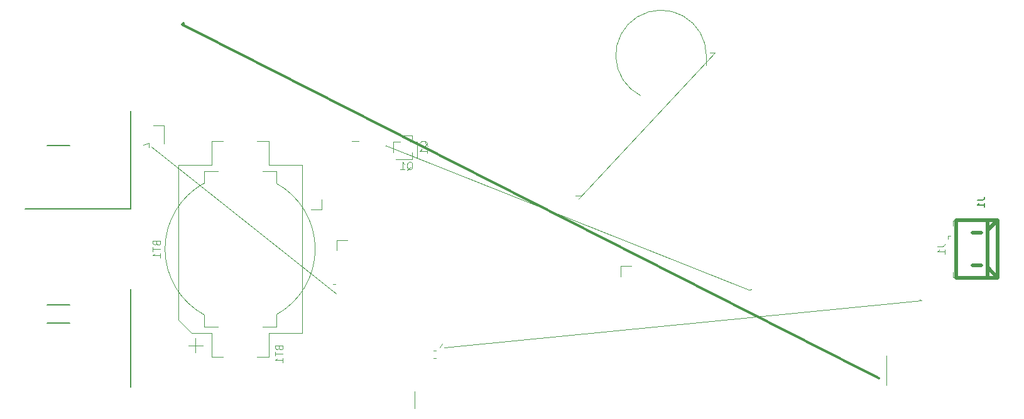
<source format=gbr>
From 8e1bf42f397407695667b24a44055b0c60a2ef04 Mon Sep 17 00:00:00 2001
From: jaseg <git@jaseg.net>
Date: Thu, 29 Nov 2018 10:18:56 +0900
Subject: Some small fixes, add silk artwork

---
 pcb/gerber/securehid-B.SilkS.gbr | 282 ++++++++++++++++++++-------------------
 1 file changed, 148 insertions(+), 134 deletions(-)

(limited to 'pcb/gerber/securehid-B.SilkS.gbr')

diff --git a/pcb/gerber/securehid-B.SilkS.gbr b/pcb/gerber/securehid-B.SilkS.gbr
index 9a20f0a..cb26969 100644
--- a/pcb/gerber/securehid-B.SilkS.gbr
+++ b/pcb/gerber/securehid-B.SilkS.gbr
@@ -1,20 +1,21 @@
 G04 #@! TF.GenerationSoftware,KiCad,Pcbnew,(5.0.1)*
-G04 #@! TF.CreationDate,2018-11-27T11:36:47+09:00*
+G04 #@! TF.CreationDate,2018-11-29T09:51:47+09:00*
 G04 #@! TF.ProjectId,securehid,7365637572656869642E6B696361645F,rev?*
 G04 #@! TF.SameCoordinates,Original*
 G04 #@! TF.FileFunction,Legend,Bot*
 G04 #@! TF.FilePolarity,Positive*
 %FSLAX46Y46*%
 G04 Gerber Fmt 4.6, Leading zero omitted, Abs format (unit mm)*
-G04 Created by KiCad (PCBNEW (5.0.1)) date Tue Nov 27 11:36:47 2018*
+G04 Created by KiCad (PCBNEW (5.0.1)) date Thu Nov 29 09:51:47 2018*
 %MOMM*%
 %LPD*%
 G01*
 G04 APERTURE LIST*
 %ADD10C,0.300000*%
 %ADD11C,0.200000*%
-%ADD12C,0.120000*%
-%ADD13C,0.150000*%
+%ADD12C,0.500000*%
+%ADD13C,0.120000*%
+%ADD14C,0.150000*%
 G04 APERTURE END LIST*
 D10*
 X149119285Y-98482142D02*
@@ -764,12 +765,32 @@ X55185714Y-50678571D01*
 X55328571Y-50607142D01*
 X55400000Y-50535714D01*
 D12*
+G04 #@! TO.C,J1*
+X162900000Y-78800000D02*
+X161700000Y-78800000D01*
+X162900000Y-83200000D02*
+X161700000Y-83200000D01*
+X165100000Y-84900000D02*
+X163700000Y-83500000D01*
+X165100000Y-77100000D02*
+X163700000Y-78500000D01*
+X163700000Y-84900000D02*
+X163700000Y-77100000D01*
+X165100000Y-77100000D02*
+X165100000Y-84900000D01*
+X159500000Y-77100000D02*
+X165100000Y-77100000D01*
+X159500000Y-84900000D02*
+X159500000Y-77100000D01*
+X165100000Y-84900000D02*
+X159500000Y-84900000D01*
+D13*
 G04 #@! TO.C,R14*
 X89421267Y-94740000D02*
 X89078733Y-94740000D01*
 X89421267Y-95760000D02*
 X89078733Y-95760000D01*
-D13*
+D14*
 G04 #@! TO.C,J8*
 X40000000Y-67000000D02*
 X37000000Y-67000000D01*
@@ -795,7 +816,7 @@ X48210000Y-75600000D02*
 X34000000Y-75600000D01*
 X48210000Y-75600000D02*
 X48210000Y-62400000D01*
-D12*
+D13*
 G04 #@! TO.C,C9*
 X150140000Y-99360000D02*
 X150140000Y-95410000D01*
@@ -831,31 +852,6 @@ X73950000Y-75700000D02*
 X73950000Y-74300000D01*
 X72550000Y-75700000D02*
 X73950000Y-75700000D01*
-G04 #@! TO.C,BT1*
-X58115000Y-70530000D02*
-X58115000Y-72137090D01*
-X60000000Y-70530000D02*
-X58115000Y-70530000D01*
-X60000000Y-91470000D02*
-X58115000Y-91470000D01*
-X66000000Y-70530000D02*
-X67885000Y-70530000D01*
-X66000000Y-91470000D02*
-X67885000Y-91470000D01*
-X58115000Y-91470000D02*
-X58115000Y-89862910D01*
-X67885000Y-70530000D02*
-X67885000Y-72137090D01*
-X67885000Y-91470000D02*
-X67885000Y-89862910D01*
-X58115000Y-72137090D02*
-G75*
-G03X58115000Y-89862910I4885000J-8862910D01*
-G01*
-X67881168Y-89865021D02*
-G75*
-G03X67885000Y-72137090I-4881168J8865021D01*
-G01*
 G04 #@! TO.C,C5*
 X75846267Y-85710000D02*
 X75503733Y-85710000D01*
@@ -1025,23 +1021,6 @@ X51265000Y-64340000D02*
 X52735000Y-64340000D01*
 X52735000Y-64340000D02*
 X52735000Y-66800000D01*
-G04 #@! TO.C,J1*
-X159090000Y-77190000D02*
-X159090000Y-77850000D01*
-X160820000Y-77190000D02*
-X159090000Y-77190000D01*
-X163390000Y-84810000D02*
-X163180000Y-84810000D01*
-X163390000Y-77190000D02*
-X163180000Y-77190000D01*
-X160820000Y-84810000D02*
-X159090000Y-84810000D01*
-X159090000Y-84810000D02*
-X159090000Y-84160000D01*
-X158390000Y-79240000D02*
-X158390000Y-79690000D01*
-X158390000Y-79240000D02*
-X158780000Y-79240000D01*
 G04 #@! TO.C,J2*
 X125830000Y-56190000D02*
 X125830000Y-54860000D01*
@@ -1117,14 +1096,14 @@ G75*
 G03X112100000Y-70000000I-6100000J0D01*
 G01*
 G04 #@! TO.C,Q1*
-X83670000Y-66490000D02*
-X83670000Y-67950000D01*
-X86830000Y-66490000D02*
-X86830000Y-68650000D01*
-X86830000Y-66490000D02*
-X85900000Y-66490000D01*
-X83670000Y-66490000D02*
-X84600000Y-66490000D01*
+X86160000Y-65720000D02*
+X84700000Y-65720000D01*
+X86160000Y-68880000D02*
+X84000000Y-68880000D01*
+X86160000Y-68880000D02*
+X86160000Y-67950000D01*
+X86160000Y-65720000D02*
+X86160000Y-66650000D01*
 G04 #@! TO.C,Q2*
 X78020000Y-66440000D02*
 X78950000Y-66440000D01*
@@ -1924,7 +1903,7 @@ X77450000Y-79800000D02*
 X76050000Y-79800000D01*
 X76050000Y-79800000D02*
 X76050000Y-81200000D01*
-D13*
+D14*
 G04 #@! TO.C,J6*
 X48210000Y-99600000D02*
 X48210000Y-86400000D01*
@@ -1950,7 +1929,7 @@ X37000000Y-88500000D02*
 X40000000Y-88500000D01*
 X40000000Y-91000000D02*
 X37000000Y-91000000D01*
-D12*
+D13*
 G04 #@! TO.C,C12*
 X86510000Y-100190000D02*
 X86510000Y-102540000D01*
@@ -2051,8 +2030,57 @@ X115700000Y-83300000D02*
 X114300000Y-83300000D01*
 X114300000Y-83300000D02*
 X114300000Y-84700000D01*
+G04 #@! TO.C,BT1*
+X59150000Y-69650000D02*
+X59150000Y-66450000D01*
+X59150000Y-66450000D02*
+X60700000Y-66450000D01*
+X54650000Y-69650000D02*
+X59150000Y-69650000D01*
+X54650000Y-69650000D02*
+X54650000Y-90550000D01*
+X56450000Y-92350000D02*
+X59150000Y-92350000D01*
+X54650000Y-90550000D02*
+X56450000Y-92350000D01*
+X59150000Y-92350000D02*
+X59150000Y-95550000D01*
+X59150000Y-95550000D02*
+X60700000Y-95550000D01*
+X66850000Y-92350000D02*
+X66850000Y-95550000D01*
+X66850000Y-95550000D02*
+X65300000Y-95550000D01*
+X66850000Y-69650000D02*
+X66850000Y-66450000D01*
+X66850000Y-66450000D02*
+X65300000Y-66450000D01*
+X71350000Y-92350000D02*
+X71350000Y-69650000D01*
+X71350000Y-92350000D02*
+X66850000Y-92350000D01*
+X71350000Y-69650000D02*
+X66850000Y-69650000D01*
+X58000000Y-94000000D02*
+X56000000Y-94000000D01*
+X57000000Y-93000000D02*
+X57000000Y-95000000D01*
+G04 #@! TO.C,J1*
+D14*
+X162352380Y-74366666D02*
+X163066666Y-74366666D01*
+X163209523Y-74319047D01*
+X163304761Y-74223809D01*
+X163352380Y-74080952D01*
+X163352380Y-73985714D01*
+X163352380Y-75366666D02*
+X163352380Y-74795238D01*
+X163352380Y-75080952D02*
+X162352380Y-75080952D01*
+X162495238Y-74985714D01*
+X162590476Y-74890476D01*
+X162638095Y-74795238D01*
 G04 #@! TO.C,R14*
-D13*
 X89892857Y-94272380D02*
 X90226190Y-93796190D01*
 X90464285Y-94272380D02*
@@ -2156,37 +2184,6 @@ X154804761Y-87971428D01*
 X154709523Y-87923809D01*
 X154661904Y-87876190D01*
 X154614285Y-87780952D01*
-G04 #@! TO.C,BT1*
-X51728571Y-80214285D02*
-X51776190Y-80357142D01*
-X51823809Y-80404761D01*
-X51919047Y-80452380D01*
-X52061904Y-80452380D01*
-X52157142Y-80404761D01*
-X52204761Y-80357142D01*
-X52252380Y-80261904D01*
-X52252380Y-79880952D01*
-X51252380Y-79880952D01*
-X51252380Y-80214285D01*
-X51300000Y-80309523D01*
-X51347619Y-80357142D01*
-X51442857Y-80404761D01*
-X51538095Y-80404761D01*
-X51633333Y-80357142D01*
-X51680952Y-80309523D01*
-X51728571Y-80214285D01*
-X51728571Y-79880952D01*
-X51252380Y-80738095D02*
-X51252380Y-81309523D01*
-X52252380Y-81023809D02*
-X51252380Y-81023809D01*
-X52252380Y-82166666D02*
-X52252380Y-81595238D01*
-X52252380Y-81880952D02*
-X51252380Y-81880952D01*
-X51395238Y-81785714D01*
-X51490476Y-81690476D01*
-X51538095Y-81595238D01*
 G04 #@! TO.C,C5*
 X75866666Y-86957142D02*
 X75914285Y-87004761D01*
@@ -3177,20 +3174,6 @@ X51022380Y-67166666D01*
 X49974761Y-66928571D02*
 X50689047Y-66690476D01*
 X50689047Y-67309523D01*
-G04 #@! TO.C,J1*
-X156952380Y-80666666D02*
-X157666666Y-80666666D01*
-X157809523Y-80619047D01*
-X157904761Y-80523809D01*
-X157952380Y-80380952D01*
-X157952380Y-80285714D01*
-X157952380Y-81666666D02*
-X157952380Y-81095238D01*
-X157952380Y-81380952D02*
-X156952380Y-81380952D01*
-X157095238Y-81285714D01*
-X157190476Y-81190476D01*
-X157238095Y-81095238D01*
 G04 #@! TO.C,J2*
 X126282380Y-54526666D02*
 X126996666Y-54526666D01*
@@ -3311,36 +3294,36 @@ X108611428Y-74190952D01*
 X108992380Y-73810000D02*
 X108230476Y-73810000D01*
 G04 #@! TO.C,Q1*
-X88297619Y-67154761D02*
-X88250000Y-67059523D01*
-X88154761Y-66964285D01*
-X88011904Y-66821428D01*
-X87964285Y-66726190D01*
-X87964285Y-66630952D01*
-X88202380Y-66678571D02*
-X88154761Y-66583333D01*
-X88059523Y-66488095D01*
-X87869047Y-66440476D01*
-X87535714Y-66440476D01*
-X87345238Y-66488095D01*
-X87250000Y-66583333D01*
-X87202380Y-66678571D01*
-X87202380Y-66869047D01*
-X87250000Y-66964285D01*
-X87345238Y-67059523D01*
-X87535714Y-67107142D01*
-X87869047Y-67107142D01*
-X88059523Y-67059523D01*
-X88154761Y-66964285D01*
-X88202380Y-66869047D01*
-X88202380Y-66678571D01*
-X88202380Y-68059523D02*
-X88202380Y-67488095D01*
-X88202380Y-67773809D02*
-X87202380Y-67773809D01*
-X87345238Y-67678571D01*
-X87440476Y-67583333D01*
-X87488095Y-67488095D01*
+X85495238Y-70347619D02*
+X85590476Y-70300000D01*
+X85685714Y-70204761D01*
+X85828571Y-70061904D01*
+X85923809Y-70014285D01*
+X86019047Y-70014285D01*
+X85971428Y-70252380D02*
+X86066666Y-70204761D01*
+X86161904Y-70109523D01*
+X86209523Y-69919047D01*
+X86209523Y-69585714D01*
+X86161904Y-69395238D01*
+X86066666Y-69300000D01*
+X85971428Y-69252380D01*
+X85780952Y-69252380D01*
+X85685714Y-69300000D01*
+X85590476Y-69395238D01*
+X85542857Y-69585714D01*
+X85542857Y-69919047D01*
+X85590476Y-70109523D01*
+X85685714Y-70204761D01*
+X85780952Y-70252380D01*
+X85971428Y-70252380D01*
+X84590476Y-70252380D02*
+X85161904Y-70252380D01*
+X84876190Y-70252380D02*
+X84876190Y-69252380D01*
+X84971428Y-69395238D01*
+X85066666Y-69490476D01*
+X85161904Y-69538095D01*
 G04 #@! TO.C,Q2*
 X82647619Y-67104761D02*
 X82600000Y-67009523D01*
@@ -4191,5 +4174,36 @@ X131528571Y-86482380D01*
 X131766666Y-86482380D01*
 X131861904Y-86434761D01*
 X131909523Y-86387142D01*
+G04 #@! TO.C,BT1*
+X68228571Y-94339285D02*
+X68276190Y-94482142D01*
+X68323809Y-94529761D01*
+X68419047Y-94577380D01*
+X68561904Y-94577380D01*
+X68657142Y-94529761D01*
+X68704761Y-94482142D01*
+X68752380Y-94386904D01*
+X68752380Y-94005952D01*
+X67752380Y-94005952D01*
+X67752380Y-94339285D01*
+X67800000Y-94434523D01*
+X67847619Y-94482142D01*
+X67942857Y-94529761D01*
+X68038095Y-94529761D01*
+X68133333Y-94482142D01*
+X68180952Y-94434523D01*
+X68228571Y-94339285D01*
+X68228571Y-94005952D01*
+X67752380Y-94863095D02*
+X67752380Y-95434523D01*
+X68752380Y-95148809D02*
+X67752380Y-95148809D01*
+X68752380Y-96291666D02*
+X68752380Y-95720238D01*
+X68752380Y-96005952D02*
+X67752380Y-96005952D01*
+X67895238Y-95910714D01*
+X67990476Y-95815476D01*
+X68038095Y-95720238D01*
 G04 #@! TD*
 M02*
-- 
cgit 


</source>
